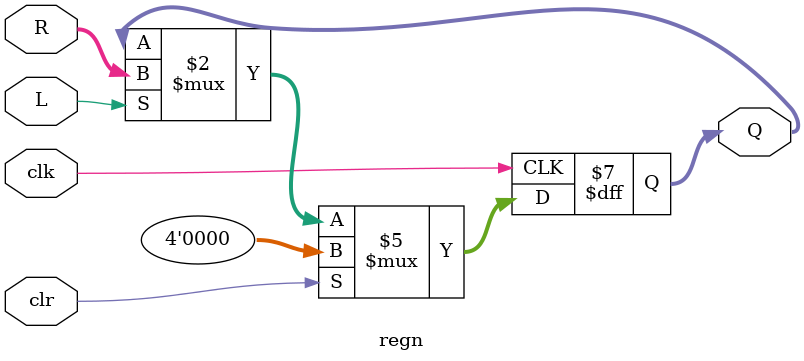
<source format=v>
`timescale 1ns / 1ps
module regn(R, L, clk, clr, Q);

	parameter n = 4;
	
	// Inputs.
	input clk, clr, L;
	input [n-1:0] R;
	
	// Outputs.
	output reg [n-1:0] Q;
	
	always@(posedge clk)
		if(clr)
			Q <= 0;
		else if(L)
			Q <= R;


endmodule

</source>
